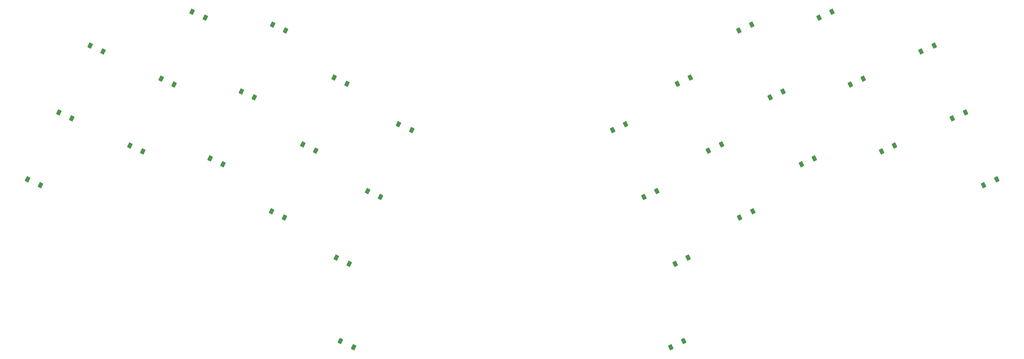
<source format=gbp>
%TF.GenerationSoftware,KiCad,Pcbnew,9.0.6*%
%TF.CreationDate,2025-12-10T21:36:36-06:00*%
%TF.ProjectId,keyboard,6b657962-6f61-4726-942e-6b696361645f,v1.0.0*%
%TF.SameCoordinates,Original*%
%TF.FileFunction,Paste,Bot*%
%TF.FilePolarity,Positive*%
%FSLAX46Y46*%
G04 Gerber Fmt 4.6, Leading zero omitted, Abs format (unit mm)*
G04 Created by KiCad (PCBNEW 9.0.6) date 2025-12-10 21:36:36*
%MOMM*%
%LPD*%
G01*
G04 APERTURE LIST*
G04 Aperture macros list*
%AMRotRect*
0 Rectangle, with rotation*
0 The origin of the aperture is its center*
0 $1 length*
0 $2 width*
0 $3 Rotation angle, in degrees counterclockwise*
0 Add horizontal line*
21,1,$1,$2,0,0,$3*%
G04 Aperture macros list end*
%ADD10RotRect,0.900000X1.200000X335.000000*%
%ADD11RotRect,0.900000X1.200000X25.000000*%
G04 APERTURE END LIST*
D10*
%TO.C,D4*%
X88661233Y-83577698D03*
X91652049Y-84972336D03*
%TD*%
D11*
%TO.C,D29*%
X214129177Y-110875168D03*
X217119989Y-109480528D03*
%TD*%
%TO.C,D23*%
X243164003Y-87957297D03*
X246154815Y-86562657D03*
%TD*%
D10*
%TO.C,D2*%
X72347693Y-75970564D03*
X75338509Y-77365202D03*
%TD*%
D11*
%TO.C,D26*%
X229005815Y-100186593D03*
X231996627Y-98791953D03*
%TD*%
D10*
%TO.C,D9*%
X121499150Y-55748193D03*
X124489966Y-57142831D03*
%TD*%
D11*
%TO.C,D18*%
X277946440Y-77365206D03*
X280937252Y-75970566D03*
%TD*%
%TO.C,D24*%
X235979494Y-72550064D03*
X238970306Y-71155424D03*
%TD*%
%TO.C,D32*%
X213156913Y-130085965D03*
X216147725Y-128691325D03*
%TD*%
D10*
%TO.C,D3*%
X79532203Y-60563336D03*
X82523019Y-61957974D03*
%TD*%
D11*
%TO.C,D19*%
X270761926Y-61957975D03*
X273752738Y-60563335D03*
%TD*%
D10*
%TO.C,D10*%
X121288311Y-98791963D03*
X124279127Y-100186601D03*
%TD*%
D11*
%TO.C,D27*%
X221821302Y-84779363D03*
X224812114Y-83384723D03*
%TD*%
D10*
%TO.C,D6*%
X103030259Y-52763233D03*
X106021075Y-54157871D03*
%TD*%
%TO.C,D11*%
X128472821Y-83384726D03*
X131463637Y-84779364D03*
%TD*%
%TO.C,D13*%
X136164950Y-109480529D03*
X139155766Y-110875167D03*
%TD*%
D11*
%TO.C,D31*%
X199760151Y-80060711D03*
X202750963Y-78666071D03*
%TD*%
%TO.C,D30*%
X206944663Y-95467944D03*
X209935475Y-94073304D03*
%TD*%
%TO.C,D25*%
X228794985Y-57142832D03*
X231785797Y-55748192D03*
%TD*%
D10*
%TO.C,D12*%
X135657335Y-67977494D03*
X138648151Y-69372132D03*
%TD*%
D11*
%TO.C,D17*%
X285130947Y-92772440D03*
X288121759Y-91377800D03*
%TD*%
D10*
%TO.C,D14*%
X143349462Y-94073298D03*
X146340278Y-95467936D03*
%TD*%
%TO.C,D5*%
X95845742Y-68170468D03*
X98836558Y-69565106D03*
%TD*%
%TO.C,D15*%
X150533972Y-78666066D03*
X153524788Y-80060704D03*
%TD*%
%TO.C,D1*%
X65163186Y-91377798D03*
X68154002Y-92772436D03*
%TD*%
%TO.C,D8*%
X114314637Y-71155428D03*
X117305453Y-72550066D03*
%TD*%
D11*
%TO.C,D20*%
X261632893Y-84972336D03*
X264623705Y-83577696D03*
%TD*%
%TO.C,D28*%
X214636799Y-69372135D03*
X217627611Y-67977495D03*
%TD*%
D10*
%TO.C,D16*%
X137137211Y-128691330D03*
X140128027Y-130085968D03*
%TD*%
D11*
%TO.C,D22*%
X247263874Y-54157868D03*
X250254686Y-52763228D03*
%TD*%
%TO.C,D21*%
X254448386Y-69565109D03*
X257439198Y-68170469D03*
%TD*%
D10*
%TO.C,D7*%
X107130124Y-86562660D03*
X110120940Y-87957298D03*
%TD*%
M02*

</source>
